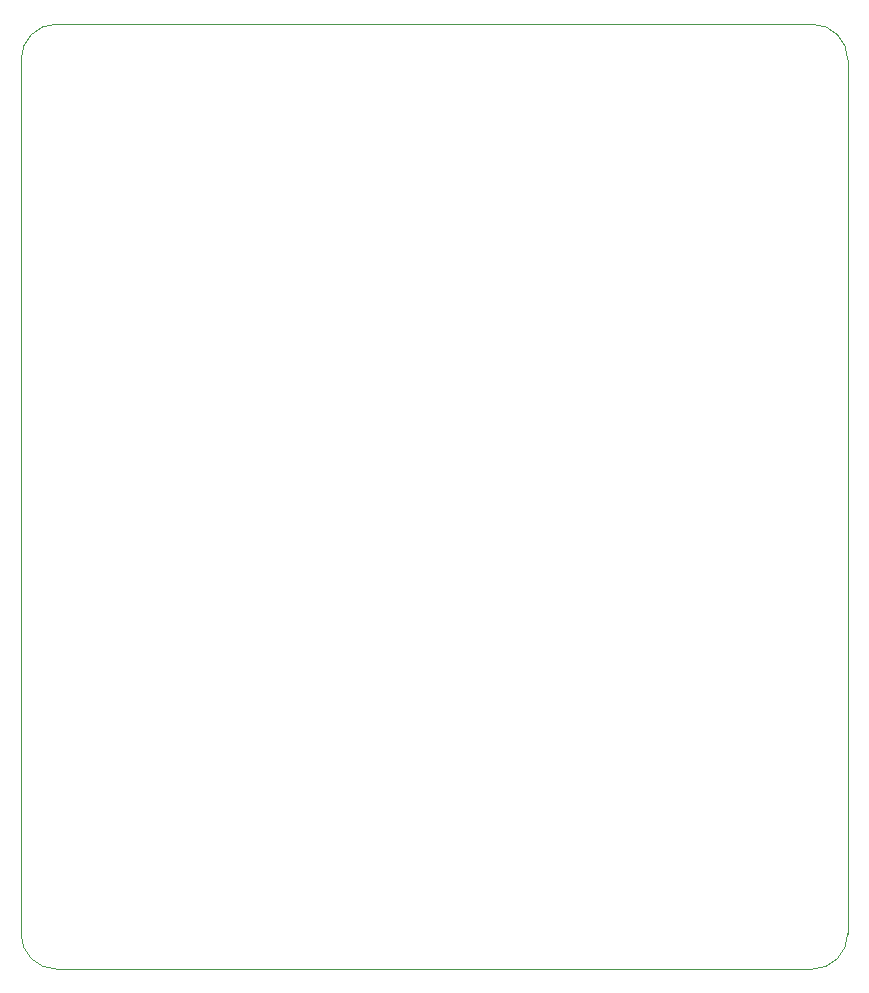
<source format=gbr>
%TF.GenerationSoftware,KiCad,Pcbnew,8.0.0*%
%TF.CreationDate,2024-07-03T13:45:23+02:00*%
%TF.ProjectId,KIBO V1,4b49424f-2056-4312-9e6b-696361645f70,rev?*%
%TF.SameCoordinates,Original*%
%TF.FileFunction,Profile,NP*%
%FSLAX46Y46*%
G04 Gerber Fmt 4.6, Leading zero omitted, Abs format (unit mm)*
G04 Created by KiCad (PCBNEW 8.0.0) date 2024-07-03 13:45:23*
%MOMM*%
%LPD*%
G01*
G04 APERTURE LIST*
%TA.AperFunction,Profile*%
%ADD10C,0.050000*%
%TD*%
G04 APERTURE END LIST*
D10*
X103000000Y-130000000D02*
G75*
G02*
X100000000Y-127000000I0J3000000D01*
G01*
X167000000Y-130000000D02*
X103000000Y-130000000D01*
X167000000Y-50000000D02*
G75*
G02*
X170000000Y-53000000I0J-3000000D01*
G01*
X100000000Y-127000000D02*
X100000000Y-53000000D01*
X170000000Y-53000000D02*
X170000000Y-127000000D01*
X100000000Y-53000000D02*
G75*
G02*
X103000000Y-50000000I3000000J0D01*
G01*
X170000000Y-127000000D02*
G75*
G02*
X167000000Y-130000000I-3000000J0D01*
G01*
X103000000Y-50000000D02*
X167000000Y-50000000D01*
M02*

</source>
